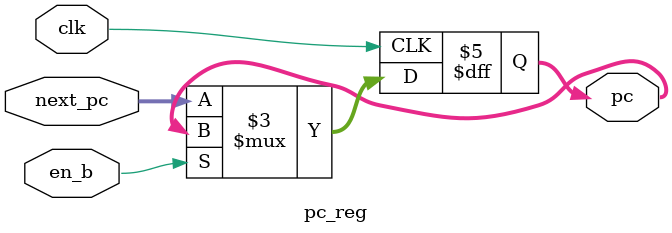
<source format=sv>
module pc_reg #(
    parameter ADDRESS_WIDTH = 32
)(
    input logic                     clk,
    input logic                     en_b,
    input logic [ADDRESS_WIDTH-1:0] next_pc,

    output logic [ADDRESS_WIDTH-1:0] pc
);

always_ff @ (posedge clk) begin
    if(!en_b) pc <= next_pc;
end


endmodule



</source>
